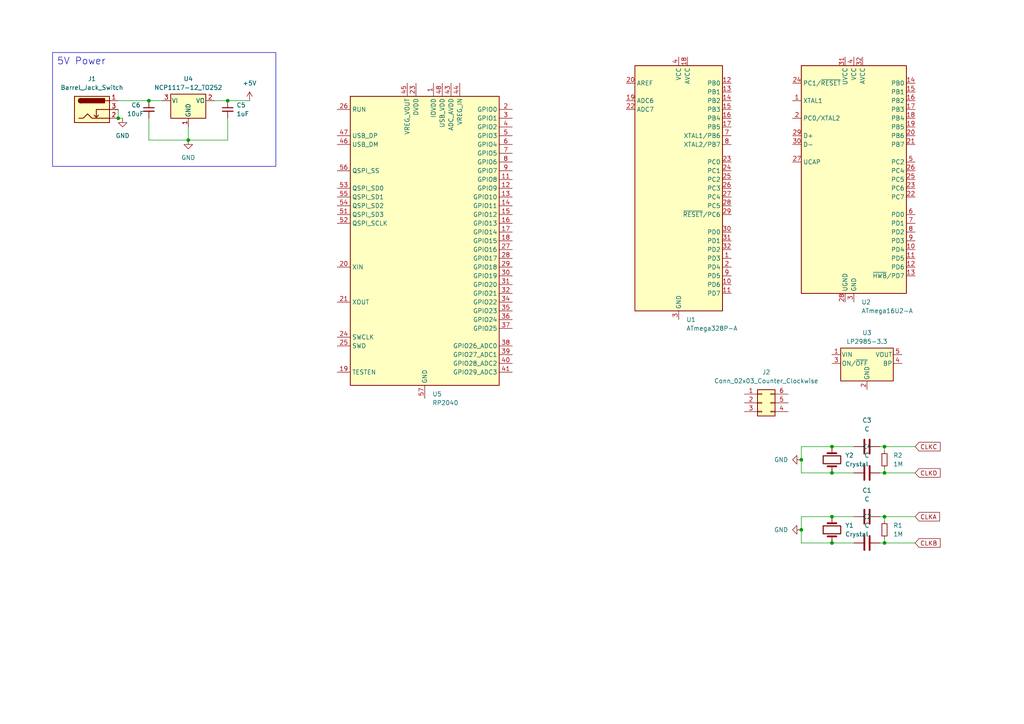
<source format=kicad_sch>
(kicad_sch (version 20230121) (generator eeschema)
  (paper "A4")
  (lib_symbols
    (symbol "Connector:Barrel_Jack_Switch" (pin_names hide)
      (property "Reference" "J" (at 0 5.334 0))
      (property "Value" "Barrel_Jack_Switch" (at 0 -5.08 0))
      (symbol "Barrel_Jack_Switch_0_1"
        (rectangle (start -5.08 3.81) (end 5.08 -3.81) (stroke (width 0.254)) (fill (type background)))
        (arc (start -3.302 3.175) (mid -3.9343 2.54) (end -3.302 1.905) (stroke (width 0.254)))
        (arc (start -3.302 3.175) (mid -3.9343 2.54) (end -3.302 1.905) (stroke (width 0.254)) (fill (type outline)))
        (polyline (pts (xy 1.27 -2.286) (xy 1.905 -1.651)) (stroke (width 0.254)))
        (polyline (pts (xy 5.08 2.54) (xy 3.81 2.54)) (stroke (width 0.254)))
        (polyline (pts (xy 5.08 0) (xy 1.27 0) (xy 1.27 -2.286) (xy 0.635 -1.651)) (stroke (width 0.254)))
        (polyline (pts (xy -3.81 -2.54) (xy -2.54 -2.54) (xy -1.27 -1.27) (xy 0 -2.54) (xy 2.54 -2.54) (xy 5.08 -2.54)) (stroke (width 0.254)))
        (rectangle (start 3.683 3.175) (end -3.302 1.905) (stroke (width 0.254)) (fill (type outline)))
      )
      (symbol "Barrel_Jack_Switch_1_1"
        (pin passive line (at 7.62 2.54 180) (length 2.54) (name "~") (number "1"))
        (pin passive line (at 7.62 -2.54 180) (length 2.54) (name "~") (number "2"))
        (pin passive line (at 7.62 0 180) (length 2.54) (name "~") (number "3"))
      )
    )
    (symbol "Connector_Generic:Conn_02x03_Counter_Clockwise" (pin_names (offset 1.016) hide)
      (property "Reference" "J" (at 1.27 5.08 0))
      (property "Value" "Conn_02x03_Counter_Clockwise" (at 1.27 -5.08 0))
      (symbol "Conn_02x03_Counter_Clockwise_1_1"
        (rectangle (start -1.27 -2.413) (end 0 -2.667) (stroke (width 0.1524)))
        (rectangle (start -1.27 0.127) (end 0 -0.127) (stroke (width 0.1524)))
        (rectangle (start -1.27 2.667) (end 0 2.413) (stroke (width 0.1524)))
        (rectangle (start -1.27 3.81) (end 3.81 -3.81) (stroke (width 0.254)) (fill (type background)))
        (rectangle (start 3.81 -2.413) (end 2.54 -2.667) (stroke (width 0.1524)))
        (rectangle (start 3.81 0.127) (end 2.54 -0.127) (stroke (width 0.1524)))
        (rectangle (start 3.81 2.667) (end 2.54 2.413) (stroke (width 0.1524)))
        (pin passive line (at -5.08 2.54 0) (length 3.81) (name "Pin_1") (number "1"))
        (pin passive line (at -5.08 0 0) (length 3.81) (name "Pin_2") (number "2"))
        (pin passive line (at -5.08 -2.54 0) (length 3.81) (name "Pin_3") (number "3"))
        (pin passive line (at 7.62 -2.54 180) (length 3.81) (name "Pin_4") (number "4"))
        (pin passive line (at 7.62 0 180) (length 3.81) (name "Pin_5") (number "5"))
        (pin passive line (at 7.62 2.54 180) (length 3.81) (name "Pin_6") (number "6"))
      )
    )
    (symbol "Device:C" (pin_numbers hide) (pin_names (offset 0.254))
      (property "Reference" "C" (at 0.635 2.54 0))
      (property "Value" "C" (at 0.635 -2.54 0))
      (symbol "C_0_1"
        (polyline (pts (xy -2.032 -0.762) (xy 2.032 -0.762)) (stroke (width 0.508)))
        (polyline (pts (xy -2.032 0.762) (xy 2.032 0.762)) (stroke (width 0.508)))
      )
      (symbol "C_1_1"
        (pin passive line (at 0 3.81 270) (length 2.794) (name "~") (number "1"))
        (pin passive line (at 0 -3.81 90) (length 2.794) (name "~") (number "2"))
      )
    )
    (symbol "Device:C_Small" (pin_numbers hide) (pin_names (offset 0.254) hide)
      (property "Reference" "C" (at 0.254 1.778 0))
      (property "Value" "C_Small" (at 0.254 -2.032 0))
      (symbol "C_Small_0_1"
        (polyline (pts (xy -1.524 -0.508) (xy 1.524 -0.508)) (stroke (width 0.3302)))
        (polyline (pts (xy -1.524 0.508) (xy 1.524 0.508)) (stroke (width 0.3048)))
      )
      (symbol "C_Small_1_1"
        (pin passive line (at 0 2.54 270) (length 2.032) (name "~") (number "1"))
        (pin passive line (at 0 -2.54 90) (length 2.032) (name "~") (number "2"))
      )
    )
    (symbol "Device:Crystal" (pin_numbers hide) (pin_names (offset 1.016) hide)
      (property "Reference" "Y" (at 0 3.81 0))
      (property "Value" "Crystal" (at 0 -3.81 0))
      (symbol "Crystal_0_1"
        (rectangle (start -1.143 2.54) (end 1.143 -2.54) (stroke (width 0.3048)))
        (polyline (pts (xy -2.54 0) (xy -1.905 0)))
        (polyline (pts (xy -1.905 -1.27) (xy -1.905 1.27)) (stroke (width 0.508)))
        (polyline (pts (xy 1.905 -1.27) (xy 1.905 1.27)) (stroke (width 0.508)))
        (polyline (pts (xy 2.54 0) (xy 1.905 0)))
      )
      (symbol "Crystal_1_1"
        (pin passive line (at -3.81 0 0) (length 1.27) (name "1") (number "1"))
        (pin passive line (at 3.81 0 180) (length 1.27) (name "2") (number "2"))
      )
    )
    (symbol "Device:R_Small" (pin_numbers hide) (pin_names (offset 0.254) hide)
      (property "Reference" "R" (at 0.762 0.508 0))
      (property "Value" "R_Small" (at 0.762 -1.016 0))
      (symbol "R_Small_0_1"
        (rectangle (start -0.762 1.778) (end 0.762 -1.778) (stroke (width 0.2032)))
      )
      (symbol "R_Small_1_1"
        (pin passive line (at 0 2.54 270) (length 0.762) (name "~") (number "1"))
        (pin passive line (at 0 -2.54 90) (length 0.762) (name "~") (number "2"))
      )
    )
    (symbol "MCU_Microchip_ATmega:ATmega16U2-A"
      (property "Reference" "U" (at -15.24 34.29 0))
      (property "Value" "ATmega16U2-A" (at 2.54 -34.29 0))
      (symbol "ATmega16U2-A_0_1"
        (rectangle (start -15.24 -33.02) (end 15.24 33.02) (stroke (width 0.254)) (fill (type background)))
      )
      (symbol "ATmega16U2-A_1_1"
        (pin input line (at -17.78 22.86 0) (length 2.54) (name "XTAL1") (number "1"))
        (pin bidirectional line (at 17.78 -20.32 180) (length 2.54) (name "PD4") (number "10"))
        (pin bidirectional line (at 17.78 -22.86 180) (length 2.54) (name "PD5") (number "11"))
        (pin bidirectional line (at 17.78 -25.4 180) (length 2.54) (name "PD6") (number "12"))
        (pin bidirectional line (at 17.78 -27.94 180) (length 2.54) (name "~{HWB}/PD7") (number "13"))
        (pin bidirectional line (at 17.78 27.94 180) (length 2.54) (name "PB0") (number "14"))
        (pin bidirectional line (at 17.78 25.4 180) (length 2.54) (name "PB1") (number "15"))
        (pin bidirectional line (at 17.78 22.86 180) (length 2.54) (name "PB2") (number "16"))
        (pin bidirectional line (at 17.78 20.32 180) (length 2.54) (name "PB3") (number "17"))
        (pin bidirectional line (at 17.78 17.78 180) (length 2.54) (name "PB4") (number "18"))
        (pin bidirectional line (at 17.78 15.24 180) (length 2.54) (name "PB5") (number "19"))
        (pin bidirectional line (at -17.78 17.78 0) (length 2.54) (name "PC0/XTAL2") (number "2"))
        (pin bidirectional line (at 17.78 12.7 180) (length 2.54) (name "PB6") (number "20"))
        (pin bidirectional line (at 17.78 10.16 180) (length 2.54) (name "PB7") (number "21"))
        (pin bidirectional line (at 17.78 -5.08 180) (length 2.54) (name "PC7") (number "22"))
        (pin bidirectional line (at 17.78 -2.54 180) (length 2.54) (name "PC6") (number "23"))
        (pin bidirectional line (at -17.78 27.94 0) (length 2.54) (name "PC1/~{RESET}") (number "24"))
        (pin bidirectional line (at 17.78 0 180) (length 2.54) (name "PC5") (number "25"))
        (pin bidirectional line (at 17.78 2.54 180) (length 2.54) (name "PC4") (number "26"))
        (pin passive line (at -17.78 5.08 0) (length 2.54) (name "UCAP") (number "27"))
        (pin power_in line (at -2.54 -35.56 90) (length 2.54) (name "UGND") (number "28"))
        (pin bidirectional line (at -17.78 12.7 0) (length 2.54) (name "D+") (number "29"))
        (pin power_in line (at 0 -35.56 90) (length 2.54) (name "GND") (number "3"))
        (pin bidirectional line (at -17.78 10.16 0) (length 2.54) (name "D-") (number "30"))
        (pin power_in line (at -2.54 35.56 270) (length 2.54) (name "UVCC") (number "31"))
        (pin power_in line (at 2.54 35.56 270) (length 2.54) (name "AVCC") (number "32"))
        (pin power_in line (at 0 35.56 270) (length 2.54) (name "VCC") (number "4"))
        (pin bidirectional line (at 17.78 5.08 180) (length 2.54) (name "PC2") (number "5"))
        (pin bidirectional line (at 17.78 -10.16 180) (length 2.54) (name "PD0") (number "6"))
        (pin bidirectional line (at 17.78 -12.7 180) (length 2.54) (name "PD1") (number "7"))
        (pin bidirectional line (at 17.78 -15.24 180) (length 2.54) (name "PD2") (number "8"))
        (pin bidirectional line (at 17.78 -17.78 180) (length 2.54) (name "PD3") (number "9"))
      )
    )
    (symbol "MCU_Microchip_ATmega:ATmega328P-A"
      (property "Reference" "U" (at -12.7 36.83 0))
      (property "Value" "ATmega328P-A" (at 2.54 -36.83 0))
      (symbol "ATmega328P-A_0_1"
        (rectangle (start -12.7 -35.56) (end 12.7 35.56) (stroke (width 0.254)) (fill (type background)))
      )
      (symbol "ATmega328P-A_1_1"
        (pin bidirectional line (at 15.24 -20.32 180) (length 2.54) (name "PD3") (number "1"))
        (pin bidirectional line (at 15.24 -27.94 180) (length 2.54) (name "PD6") (number "10"))
        (pin bidirectional line (at 15.24 -30.48 180) (length 2.54) (name "PD7") (number "11"))
        (pin bidirectional line (at 15.24 30.48 180) (length 2.54) (name "PB0") (number "12"))
        (pin bidirectional line (at 15.24 27.94 180) (length 2.54) (name "PB1") (number "13"))
        (pin bidirectional line (at 15.24 25.4 180) (length 2.54) (name "PB2") (number "14"))
        (pin bidirectional line (at 15.24 22.86 180) (length 2.54) (name "PB3") (number "15"))
        (pin bidirectional line (at 15.24 20.32 180) (length 2.54) (name "PB4") (number "16"))
        (pin bidirectional line (at 15.24 17.78 180) (length 2.54) (name "PB5") (number "17"))
        (pin power_in line (at 2.54 38.1 270) (length 2.54) (name "AVCC") (number "18"))
        (pin input line (at -15.24 25.4 0) (length 2.54) (name "ADC6") (number "19"))
        (pin bidirectional line (at 15.24 -22.86 180) (length 2.54) (name "PD4") (number "2"))
        (pin passive line (at -15.24 30.48 0) (length 2.54) (name "AREF") (number "20"))
        (pin passive line (at 0 -38.1 90) (length 2.54) hide (name "GND") (number "21"))
        (pin input line (at -15.24 22.86 0) (length 2.54) (name "ADC7") (number "22"))
        (pin bidirectional line (at 15.24 7.62 180) (length 2.54) (name "PC0") (number "23"))
        (pin bidirectional line (at 15.24 5.08 180) (length 2.54) (name "PC1") (number "24"))
        (pin bidirectional line (at 15.24 2.54 180) (length 2.54) (name "PC2") (number "25"))
        (pin bidirectional line (at 15.24 0 180) (length 2.54) (name "PC3") (number "26"))
        (pin bidirectional line (at 15.24 -2.54 180) (length 2.54) (name "PC4") (number "27"))
        (pin bidirectional line (at 15.24 -5.08 180) (length 2.54) (name "PC5") (number "28"))
        (pin bidirectional line (at 15.24 -7.62 180) (length 2.54) (name "~{RESET}/PC6") (number "29"))
        (pin power_in line (at 0 -38.1 90) (length 2.54) (name "GND") (number "3"))
        (pin bidirectional line (at 15.24 -12.7 180) (length 2.54) (name "PD0") (number "30"))
        (pin bidirectional line (at 15.24 -15.24 180) (length 2.54) (name "PD1") (number "31"))
        (pin bidirectional line (at 15.24 -17.78 180) (length 2.54) (name "PD2") (number "32"))
        (pin power_in line (at 0 38.1 270) (length 2.54) (name "VCC") (number "4"))
        (pin passive line (at 0 -38.1 90) (length 2.54) hide (name "GND") (number "5"))
        (pin passive line (at 0 38.1 270) (length 2.54) hide (name "VCC") (number "6"))
        (pin bidirectional line (at 15.24 15.24 180) (length 2.54) (name "XTAL1/PB6") (number "7"))
        (pin bidirectional line (at 15.24 12.7 180) (length 2.54) (name "XTAL2/PB7") (number "8"))
        (pin bidirectional line (at 15.24 -25.4 180) (length 2.54) (name "PD5") (number "9"))
      )
    )
    (symbol "MCU_RaspberryPi:RP2040"
      (property "Reference" "U" (at 17.78 45.72 0))
      (property "Value" "RP2040" (at 17.78 43.18 0))
      (symbol "RP2040_0_1"
        (rectangle (start -21.59 41.91) (end 21.59 -41.91) (stroke (width 0.254)) (fill (type background)))
      )
      (symbol "RP2040_1_1"
        (pin power_in line (at 2.54 45.72 270) (length 3.81) (name "IOVDD") (number "1"))
        (pin passive line (at 2.54 45.72 270) (length 3.81) hide (name "IOVDD") (number "10"))
        (pin bidirectional line (at 25.4 17.78 180) (length 3.81) (name "GPIO8") (number "11"))
        (pin bidirectional line (at 25.4 15.24 180) (length 3.81) (name "GPIO9") (number "12"))
        (pin bidirectional line (at 25.4 12.7 180) (length 3.81) (name "GPIO10") (number "13"))
        (pin bidirectional line (at 25.4 10.16 180) (length 3.81) (name "GPIO11") (number "14"))
        (pin bidirectional line (at 25.4 7.62 180) (length 3.81) (name "GPIO12") (number "15"))
        (pin bidirectional line (at 25.4 5.08 180) (length 3.81) (name "GPIO13") (number "16"))
        (pin bidirectional line (at 25.4 2.54 180) (length 3.81) (name "GPIO14") (number "17"))
        (pin bidirectional line (at 25.4 0 180) (length 3.81) (name "GPIO15") (number "18"))
        (pin input line (at -25.4 -38.1 0) (length 3.81) (name "TESTEN") (number "19"))
        (pin bidirectional line (at 25.4 38.1 180) (length 3.81) (name "GPIO0") (number "2"))
        (pin input line (at -25.4 -7.62 0) (length 3.81) (name "XIN") (number "20"))
        (pin passive line (at -25.4 -17.78 0) (length 3.81) (name "XOUT") (number "21"))
        (pin passive line (at 2.54 45.72 270) (length 3.81) hide (name "IOVDD") (number "22"))
        (pin power_in line (at -2.54 45.72 270) (length 3.81) (name "DVDD") (number "23"))
        (pin input line (at -25.4 -27.94 0) (length 3.81) (name "SWCLK") (number "24"))
        (pin bidirectional line (at -25.4 -30.48 0) (length 3.81) (name "SWD") (number "25"))
        (pin input line (at -25.4 38.1 0) (length 3.81) (name "RUN") (number "26"))
        (pin bidirectional line (at 25.4 -2.54 180) (length 3.81) (name "GPIO16") (number "27"))
        (pin bidirectional line (at 25.4 -5.08 180) (length 3.81) (name "GPIO17") (number "28"))
        (pin bidirectional line (at 25.4 -7.62 180) (length 3.81) (name "GPIO18") (number "29"))
        (pin bidirectional line (at 25.4 35.56 180) (length 3.81) (name "GPIO1") (number "3"))
        (pin bidirectional line (at 25.4 -10.16 180) (length 3.81) (name "GPIO19") (number "30"))
        (pin bidirectional line (at 25.4 -12.7 180) (length 3.81) (name "GPIO20") (number "31"))
        (pin bidirectional line (at 25.4 -15.24 180) (length 3.81) (name "GPIO21") (number "32"))
        (pin passive line (at 2.54 45.72 270) (length 3.81) hide (name "IOVDD") (number "33"))
        (pin bidirectional line (at 25.4 -17.78 180) (length 3.81) (name "GPIO22") (number "34"))
        (pin bidirectional line (at 25.4 -20.32 180) (length 3.81) (name "GPIO23") (number "35"))
        (pin bidirectional line (at 25.4 -22.86 180) (length 3.81) (name "GPIO24") (number "36"))
        (pin bidirectional line (at 25.4 -25.4 180) (length 3.81) (name "GPIO25") (number "37"))
        (pin bidirectional line (at 25.4 -30.48 180) (length 3.81) (name "GPIO26_ADC0") (number "38"))
        (pin bidirectional line (at 25.4 -33.02 180) (length 3.81) (name "GPIO27_ADC1") (number "39"))
        (pin bidirectional line (at 25.4 33.02 180) (length 3.81) (name "GPIO2") (number "4"))
        (pin bidirectional line (at 25.4 -35.56 180) (length 3.81) (name "GPIO28_ADC2") (number "40"))
        (pin bidirectional line (at 25.4 -38.1 180) (length 3.81) (name "GPIO29_ADC3") (number "41"))
        (pin passive line (at 2.54 45.72 270) (length 3.81) hide (name "IOVDD") (number "42"))
        (pin power_in line (at 7.62 45.72 270) (length 3.81) (name "ADC_AVDD") (number "43"))
        (pin power_in line (at 10.16 45.72 270) (length 3.81) (name "VREG_IN") (number "44"))
        (pin power_out line (at -5.08 45.72 270) (length 3.81) (name "VREG_VOUT") (number "45"))
        (pin bidirectional line (at -25.4 27.94 0) (length 3.81) (name "USB_DM") (number "46"))
        (pin bidirectional line (at -25.4 30.48 0) (length 3.81) (name "USB_DP") (number "47"))
        (pin power_in line (at 5.08 45.72 270) (length 3.81) (name "USB_VDD") (number "48"))
        (pin passive line (at 2.54 45.72 270) (length 3.81) hide (name "IOVDD") (number "49"))
        (pin bidirectional line (at 25.4 30.48 180) (length 3.81) (name "GPIO3") (number "5"))
        (pin passive line (at -2.54 45.72 270) (length 3.81) hide (name "DVDD") (number "50"))
        (pin bidirectional line (at -25.4 7.62 0) (length 3.81) (name "QSPI_SD3") (number "51"))
        (pin output line (at -25.4 5.08 0) (length 3.81) (name "QSPI_SCLK") (number "52"))
        (pin bidirectional line (at -25.4 15.24 0) (length 3.81) (name "QSPI_SD0") (number "53"))
        (pin bidirectional line (at -25.4 10.16 0) (length 3.81) (name "QSPI_SD2") (number "54"))
        (pin bidirectional line (at -25.4 12.7 0) (length 3.81) (name "QSPI_SD1") (number "55"))
        (pin bidirectional line (at -25.4 20.32 0) (length 3.81) (name "QSPI_SS") (number "56"))
        (pin power_in line (at 0 -45.72 90) (length 3.81) (name "GND") (number "57"))
        (pin bidirectional line (at 25.4 27.94 180) (length 3.81) (name "GPIO4") (number "6"))
        (pin bidirectional line (at 25.4 25.4 180) (length 3.81) (name "GPIO5") (number "7"))
        (pin bidirectional line (at 25.4 22.86 180) (length 3.81) (name "GPIO6") (number "8"))
        (pin bidirectional line (at 25.4 20.32 180) (length 3.81) (name "GPIO7") (number "9"))
      )
    )
    (symbol "Regulator_Linear:LP2985-3.3" (pin_names (offset 0.254))
      (property "Reference" "U" (at -6.35 5.715 0))
      (property "Value" "LP2985-3.3" (at 0 5.715 0))
      (symbol "LP2985-3.3_0_1"
        (rectangle (start -7.62 -5.08) (end 7.62 4.445) (stroke (width 0.254)) (fill (type background)))
      )
      (symbol "LP2985-3.3_1_1"
        (pin power_in line (at -10.16 2.54 0) (length 2.54) (name "VIN") (number "1"))
        (pin power_in line (at 0 -7.62 90) (length 2.54) (name "GND") (number "2"))
        (pin input line (at -10.16 0 0) (length 2.54) (name "ON/~{OFF}") (number "3"))
        (pin input line (at 10.16 0 180) (length 2.54) (name "BP") (number "4"))
        (pin power_out line (at 10.16 2.54 180) (length 2.54) (name "VOUT") (number "5"))
      )
    )
    (symbol "Regulator_Linear:NCP1117-12_TO252" (pin_names (offset 0.254))
      (property "Reference" "U" (at -3.81 3.175 0))
      (property "Value" "NCP1117-12_TO252" (at 0 3.175 0))
      (symbol "NCP1117-12_TO252_0_1"
        (rectangle (start -5.08 1.905) (end 5.08 -5.08) (stroke (width 0.254)) (fill (type background)))
      )
      (symbol "NCP1117-12_TO252_1_1"
        (pin power_in line (at 0 -7.62 90) (length 2.54) (name "GND") (number "1"))
        (pin power_out line (at 7.62 0 180) (length 2.54) (name "VO") (number "2"))
        (pin power_in line (at -7.62 0 0) (length 2.54) (name "VI") (number "3"))
      )
    )
    (symbol "power:+5V" (power) (pin_names (offset 0))
      (property "Value" "+5V" (at 0 3.556 0))
      (symbol "+5V_0_1"
        (polyline (pts (xy -0.762 1.27) (xy 0 2.54)))
        (polyline (pts (xy 0 0) (xy 0 2.54)))
        (polyline (pts (xy 0 2.54) (xy 0.762 1.27)))
      )
      (symbol "+5V_1_1"
        (pin power_in line (at 0 0 90) (length 0) hide (name "+5V") (number "1"))
      )
    )
    (symbol "power:GND" (power) (pin_names (offset 0))
      (property "Value" "GND" (at 0 -3.81 0))
      (symbol "GND_0_1"
        (polyline (pts (xy 0 0) (xy 0 -1.27) (xy 1.27 -1.27) (xy 0 -2.54) (xy -1.27 -1.27) (xy 0 -1.27)))
      )
      (symbol "GND_1_1"
        (pin power_in line (at 0 0 270) (length 0) hide (name "GND") (number "1"))
      )
    )
  )
  (junction (at 241.3 149.86))
  (junction (at 232.41 133.35))
  (junction (at 256.54 157.48))
  (junction (at 241.3 129.54))
  (junction (at 232.41 153.67))
  (junction (at 66.04 29.21))
  (junction (at 256.54 129.54))
  (junction (at 34.29 34.29))
  (junction (at 54.61 40.64))
  (junction (at 43.18 29.21))
  (junction (at 241.3 157.48))
  (junction (at 241.3 137.16))
  (junction (at 256.54 149.86))
  (junction (at 256.54 137.16))
  (wire (pts (xy 256.54 135.89) (xy 256.54 137.16)))
  (wire (pts (xy 66.04 29.21) (xy 72.39 29.21)))
  (wire (pts (xy 34.29 29.21) (xy 43.18 29.21)))
  (wire (pts (xy 232.41 133.35) (xy 232.41 137.16)))
  (wire (pts (xy 241.3 129.54) (xy 247.65 129.54)))
  (wire (pts (xy 232.41 153.67) (xy 232.41 149.86)))
  (wire (pts (xy 232.41 149.86) (xy 241.3 149.86)))
  (wire (pts (xy 256.54 129.54) (xy 265.43 129.54)))
  (wire (pts (xy 247.65 137.16) (xy 241.3 137.16)))
  (wire (pts (xy 255.27 149.86) (xy 256.54 149.86)))
  (wire (pts (xy 255.27 129.54) (xy 256.54 129.54)))
  (wire (pts (xy 255.27 157.48) (xy 256.54 157.48)))
  (wire (pts (xy 256.54 149.86) (xy 265.43 149.86)))
  (wire (pts (xy 256.54 157.48) (xy 265.43 157.48)))
  (wire (pts (xy 256.54 129.54) (xy 256.54 130.81)))
  (wire (pts (xy 35.56 34.29) (xy 34.29 34.29)))
  (wire (pts (xy 62.23 29.21) (xy 66.04 29.21)))
  (wire (pts (xy 232.41 153.67) (xy 232.41 157.48)))
  (wire (pts (xy 232.41 137.16) (xy 241.3 137.16)))
  (wire (pts (xy 66.04 40.64) (xy 54.61 40.64)))
  (wire (pts (xy 66.04 34.29) (xy 66.04 40.64)))
  (wire (pts (xy 232.41 129.54) (xy 241.3 129.54)))
  (wire (pts (xy 241.3 149.86) (xy 247.65 149.86)))
  (wire (pts (xy 232.41 133.35) (xy 232.41 129.54)))
  (wire (pts (xy 256.54 137.16) (xy 265.43 137.16)))
  (wire (pts (xy 256.54 149.86) (xy 256.54 151.13)))
  (wire (pts (xy 43.18 40.64) (xy 54.61 40.64)))
  (wire (pts (xy 247.65 157.48) (xy 241.3 157.48)))
  (wire (pts (xy 54.61 36.83) (xy 54.61 40.64)))
  (wire (pts (xy 256.54 156.21) (xy 256.54 157.48)))
  (wire (pts (xy 43.18 34.29) (xy 43.18 40.64)))
  (wire (pts (xy 255.27 137.16) (xy 256.54 137.16)))
  (wire (pts (xy 34.29 31.75) (xy 34.29 34.29)))
  (wire (pts (xy 43.18 29.21) (xy 46.99 29.21)))
  (wire (pts (xy 232.41 157.48) (xy 241.3 157.48)))
  (rectangle (start 15.24 15.24) (end 80.01 48.26))
  (text "5V Power" (at 16.51 19.05 0) (effects (font (size 2 2)) (justify left bottom)))
  (global_label "CLKD" (shape input) (at 265.43 137.16 0) (property "Intersheetrefs" "${INTERSHEET_REFS}" (effects hide)))
  (global_label "CLKC" (shape input) (at 265.43 129.54 0) (property "Intersheetrefs" "${INTERSHEET_REFS}" (effects hide)))
  (global_label "CLKA" (shape input) (at 265.43 149.86 0) (property "Intersheetrefs" "${INTERSHEET_REFS}" (effects hide)))
  (global_label "CLKB" (shape input) (at 265.43 157.48 0) (property "Intersheetrefs" "${INTERSHEET_REFS}" (effects hide)))
  (symbol (lib_id "MCU_Microchip_ATmega:ATmega16U2-A") (at 247.65 52.07 0) (unit 1)
    (property "Reference" "U2" (at 249.8441 87.63 0) (effects (justify left)))
    (property "Value" "ATmega16U2-A" (at 249.8441 90.17 0) (effects (justify left)))
    (property "Footprint" "Package_QFP:TQFP-32_7x7mm_P0.8mm" (effects hide))
    (property "Datasheet" "http://ww1.microchip.com/downloads/en/DeviceDoc/doc7799.pdf" (effects hide))
  )
  (symbol (lib_id "Device:Crystal") (at 241.3 153.67 90) (unit 1)
    (property "Reference" "Y1" (at 245.11 152.4 90) (effects (justify right)))
    (property "Value" "Crystal" (at 245.11 154.94 90) (effects (justify right)))
    (property "Footprint" "Crystal:Crystal_HC49-4H_Vertical" (effects hide))
  )
  (symbol (lib_id "Device:C") (at 251.46 129.54 90) (unit 1)
    (property "Reference" "C3" (at 251.46 121.92 90))
    (property "Value" "C" (at 251.46 124.46 90))
    (property "Footprint" "Capacitor_SMD:C_0402_1005Metric" (effects hide))
  )
  (symbol (lib_id "Device:C_Small") (at 43.18 31.75 0) (unit 1)
    (property "Reference" "C6" (at 38.1 30.48 0) (effects (justify left)))
    (property "Value" "10uF" (at 36.83 33.02 0) (effects (justify left)))
  )
  (symbol (lib_id "MCU_Microchip_ATmega:ATmega328P-A") (at 196.85 54.61 0) (unit 1)
    (property "Reference" "U1" (at 199.0441 92.71 0) (effects (justify left)))
    (property "Value" "ATmega328P-A" (at 199.0441 95.25 0) (effects (justify left)))
    (property "Footprint" "Package_QFP:TQFP-32_7x7mm_P0.8mm" (effects hide))
    (property "Datasheet" "http://ww1.microchip.com/downloads/en/DeviceDoc/ATmega328_P%20AVR%20MCU%20with%20picoPower%20Technology%20Data%20Sheet%2040001984A.pdf" (effects hide))
  )
  (symbol (lib_id "power:GND") (at 54.61 40.64 0) (unit 1)
    (property "Reference" "#PWR03" (effects hide))
    (property "Value" "GND" (at 54.61 45.72 0))
  )
  (symbol (lib_id "power:GND") (at 232.41 153.67 270) (unit 1)
    (property "Reference" "#PWR01" (effects hide))
    (property "Value" "GND" (at 228.6 153.67 90) (effects (justify right)))
  )
  (symbol (lib_id "power:+5V") (at 72.39 29.21 0) (unit 1)
    (property "Reference" "#PWR05" (effects hide))
    (property "Value" "+5V" (at 72.39 24.13 0))
  )
  (symbol (lib_id "Device:C") (at 251.46 137.16 90) (unit 1)
    (property "Reference" "C4" (at 251.46 129.54 90))
    (property "Value" "C" (at 251.46 132.08 90))
    (property "Footprint" "Capacitor_SMD:C_0402_1005Metric" (effects hide))
  )
  (symbol (lib_id "Regulator_Linear:NCP1117-12_TO252") (at 54.61 29.21 0) (unit 1)
    (property "Reference" "U4" (at 54.61 22.86 0))
    (property "Value" "NCP1117-12_TO252" (at 54.61 25.4 0))
    (property "Footprint" "Package_TO_SOT_SMD:TO-252-2" (effects hide))
    (property "Datasheet" "http://www.onsemi.com/pub_link/Collateral/NCP1117-D.PDF" (effects hide))
  )
  (symbol (lib_id "Regulator_Linear:LP2985-3.3") (at 251.46 105.41 0) (unit 1)
    (property "Reference" "U3" (at 251.46 96.52 0))
    (property "Value" "LP2985-3.3" (at 251.46 99.06 0))
    (property "Footprint" "Package_TO_SOT_SMD:SOT-23-5" (effects hide))
    (property "Datasheet" "http://www.ti.com/lit/ds/symlink/lp2985.pdf" (effects hide))
  )
  (symbol (lib_id "power:GND") (at 232.41 133.35 270) (unit 1)
    (property "Reference" "#PWR02" (effects hide))
    (property "Value" "GND" (at 228.6 133.35 90) (effects (justify right)))
  )
  (symbol (lib_id "Device:R_Small") (at 256.54 153.67 0) (unit 1)
    (property "Reference" "R1" (at 259.08 152.4 0) (effects (justify left)))
    (property "Value" "1M" (at 259.08 154.94 0) (effects (justify left)))
    (property "Footprint" "Resistor_SMD:R_0402_1005Metric" (effects hide))
  )
  (symbol (lib_id "Device:Crystal") (at 241.3 133.35 90) (unit 1)
    (property "Reference" "Y2" (at 245.11 132.08 90) (effects (justify right)))
    (property "Value" "Crystal" (at 245.11 134.62 90) (effects (justify right)))
    (property "Footprint" "Crystal:Crystal_HC49-4H_Vertical" (effects hide))
  )
  (symbol (lib_id "Device:R_Small") (at 256.54 133.35 0) (unit 1)
    (property "Reference" "R2" (at 259.08 132.08 0) (effects (justify left)))
    (property "Value" "1M" (at 259.08 134.62 0) (effects (justify left)))
    (property "Footprint" "Resistor_SMD:R_0402_1005Metric" (effects hide))
  )
  (symbol (lib_id "Device:C") (at 251.46 149.86 90) (unit 1)
    (property "Reference" "C1" (at 251.46 142.24 90))
    (property "Value" "C" (at 251.46 144.78 90))
    (property "Footprint" "Capacitor_SMD:C_0402_1005Metric" (effects hide))
  )
  (symbol (lib_id "Connector_Generic:Conn_02x03_Counter_Clockwise") (at 220.98 116.84 0) (unit 1)
    (property "Reference" "J2" (at 222.25 107.95 0))
    (property "Value" "Conn_02x03_Counter_Clockwise" (at 222.25 110.49 0))
  )
  (symbol (lib_id "Device:C") (at 251.46 157.48 90) (unit 1)
    (property "Reference" "C2" (at 251.46 149.86 90))
    (property "Value" "C" (at 251.46 152.4 90))
    (property "Footprint" "Capacitor_SMD:C_0402_1005Metric" (effects hide))
  )
  (symbol (lib_id "power:GND") (at 35.56 34.29 0) (unit 1)
    (property "Reference" "#PWR04" (effects hide))
    (property "Value" "GND" (at 35.56 39.37 0))
  )
  (symbol (lib_id "Device:C_Small") (at 66.04 31.75 0) (unit 1)
    (property "Reference" "C5" (at 68.58 30.4863 0) (effects (justify left)))
    (property "Value" "1uF" (at 68.58 33.0263 0) (effects (justify left)))
  )
  (symbol (lib_id "Connector:Barrel_Jack_Switch") (at 26.67 31.75 0) (unit 1)
    (property "Reference" "J1" (at 26.67 22.86 0))
    (property "Value" "Barrel_Jack_Switch" (at 26.67 25.4 0))
  )
  (symbol (lib_id "MCU_RaspberryPi:RP2040") (at 123.19 69.85 0) (unit 1)
    (property "Reference" "U5" (at 125.3841 114.3 0) (effects (justify left)))
    (property "Value" "RP2040" (at 125.3841 116.84 0) (effects (justify left)))
    (property "Footprint" "Package_DFN_QFN:QFN-56-1EP_7x7mm_P0.4mm_EP3.2x3.2mm" (effects hide))
    (property "Datasheet" "https://datasheets.raspberrypi.com/rp2040/rp2040-datasheet.pdf" (effects hide))
  )
)
</source>
